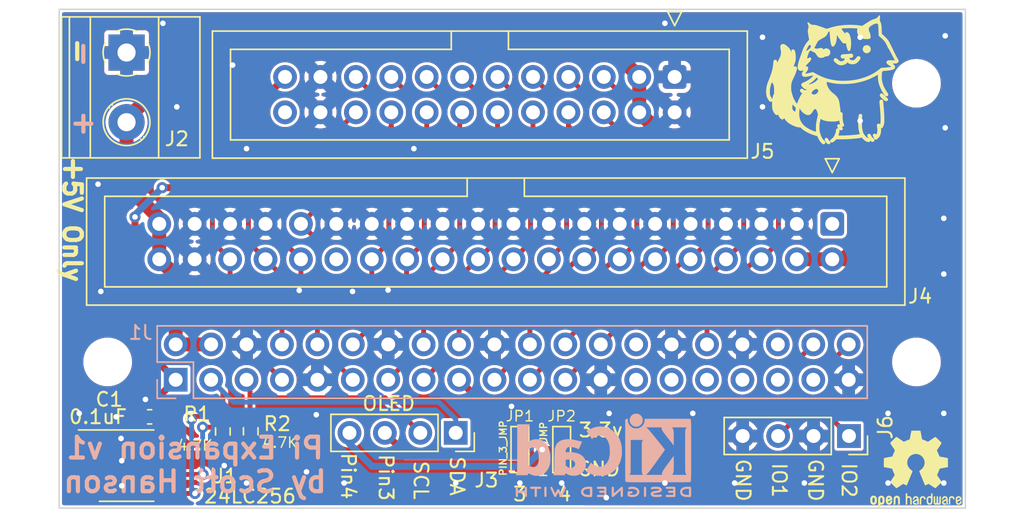
<source format=kicad_pcb>
(kicad_pcb (version 20211014) (generator pcbnew)
  (title_block (title "Pi Expansion") (date "2022-09-08") (rev "v1") (company "Scott Hanson"))
  (layers (0 "F.Cu" signal) (31 "B.Cu" signal) (34 "B.Paste" user) (35 "F.Paste" user) (36 "B.SilkS" user "B.Silkscreen") (37 "F.SilkS" user "F.Silkscreen") (38 "B.Mask" user) (39 "F.Mask" user) (44 "Edge.Cuts" user))
  (net 0 "")
  (net 1 "GND")
  (net 2 "+5V")
  (net 7 "OUT1")
  (net 10 "OUT2")
  (net 11 "OUT4")
  (net 12 "OUT3")
  (net 13 "OUT6")
  (net 14 "OUT5")
  (net 15 "OUT7")
  (net 16 "OUT8")
  (net 17 "OUT9")
  (net 18 "OUT10")
  (net 19 "OUT11")
  (net 20 "I2C_SCL")
  (net 21 "I2C_SDA")
  (net 22 "+3V3")
  (net 23 "OUT12")
  (net 24 "OUT13")
  (net 25 "OUT14")
  (net 26 "/PIN4")
  (net 27 "/PIN3")
  (net 28 "OUT15")
  (net 29 "OUT16")
  (net 33 "GPIO1")
  (net 34 "GPIO0")
  (footprint "MountingHole:MountingHole_3mm" (layer "F.Cu") (at 82.04 64.31)
    (fp_text reference "H1")
    (fp_text value "3mm_Mounting_Hole")
    (pad "" np_thru_hole circle locked (at 0 0) (size 3 3) (drill 3) (layers *.Cu *.Mask))
  )
  (footprint "MountingHole:MountingHole_3mm" (layer "F.Cu") (at 140.04 64.31)
    (fp_text reference "H2")
    (fp_text value "3mm_Mounting_Hole")
    (pad "" np_thru_hole circle locked (at 0 0) (size 3 3) (drill 3) (layers *.Cu *.Mask))
  )
  (footprint "Connector_PinSocket_2.54mm:PinSocket_1x04_P2.54mm_Vertical" (layer "F.Cu") (at 107 69.4 -90)
    (fp_text reference "J3" (at 3.4 -2.2) (layer "F.SilkS"))
    (fp_text value "OLED" (at -2.1 4.8) (layer "F.SilkS"))
    (pad "1" thru_hole rect locked (at 0 0 270) (size 1.7 1.7) (drill 1) (layers *.Cu *.Mask) (net 21 "I2C_SDA"))
    (pad "2" thru_hole oval locked (at 0 2.54 270) (size 1.7 1.7) (drill 1) (layers *.Cu *.Mask) (net 20 "I2C_SCL"))
    (pad "3" thru_hole oval locked (at 0 5.08 270) (size 1.7 1.7) (drill 1) (layers *.Cu *.Mask) (net 27 "/PIN3"))
    (pad "4" thru_hole oval locked (at 0 7.62 270) (size 1.7 1.7) (drill 1) (layers *.Cu *.Mask) (net 26 "/PIN4"))
  )
  (footprint "Symbol:OSHW-Logo2_7.3x6mm_SilkScreen" (layer "F.Cu") (at 140 72)
    (fp_text reference "REF**" hide)
    (fp_text value "OSHW-Logo2_7.3x6mm_SilkScreen" hide)
  )
  (footprint "Package_SO:SOIC-8_3.9x4.9mm_P1.27mm" (layer "F.Cu") (at 83.4 71.75)
    (fp_text reference "U1" (at 6.95 0.75) (layer "F.SilkS"))
    (fp_text value "24LC256" (at 8.85 2.2) (layer "F.SilkS"))
    (pad "1" smd roundrect (at -2.475 -1.905) (size 1.95 0.6) (layers "F.Cu" "F.Paste" "F.Mask") (net 1 "GND"))
    (pad "2" smd roundrect (at -2.475 -0.635) (size 1.95 0.6) (layers "F.Cu" "F.Paste" "F.Mask") (net 1 "GND"))
    (pad "3" smd roundrect (at -2.475 0.635) (size 1.95 0.6) (layers "F.Cu" "F.Paste" "F.Mask") (net 1 "GND"))
    (pad "4" smd roundrect (at -2.475 1.905) (size 1.95 0.6) (layers "F.Cu" "F.Paste" "F.Mask") (net 1 "GND"))
    (pad "5" smd roundrect (at 2.475 1.905) (size 1.95 0.6) (layers "F.Cu" "F.Paste" "F.Mask") (net 21 "I2C_SDA"))
    (pad "6" smd roundrect (at 2.475 0.635) (size 1.95 0.6) (layers "F.Cu" "F.Paste" "F.Mask") (net 20 "I2C_SCL"))
    (pad "7" smd roundrect (at 2.475 -0.635) (size 1.95 0.6) (layers "F.Cu" "F.Paste" "F.Mask") (net 1 "GND"))
    (pad "8" smd roundrect (at 2.475 -1.905) (size 1.95 0.6) (layers "F.Cu" "F.Paste" "F.Mask") (net 22 "+3V3"))
  )
  (footprint "Scotts:chewi_15" (layer "F.Cu") (at 133.8 42.9)
    (fp_text reference "G***")
    (fp_text value "LOGO" hide)
  )
  (footprint "MountingHole:MountingHole_3mm" (layer "F.Cu") (at 140.04 44.31)
    (fp_text reference "H3")
    (fp_text value "3mm_Mounting_Hole")
    (pad "" np_thru_hole circle (at 0 0) (size 3 3) (drill 3) (layers *.Cu *.Mask))
  )
  (footprint "Resistor_SMD:R_0603_1608Metric_Pad0.98x0.95mm_HandSolder" (layer "F.Cu") (at 90.3 69.3 -90)
    (fp_text reference "R1" (at -1.25 1.85 180) (layer "F.SilkS"))
    (fp_text value "4.7K" (at 1 2 180) (layer "F.SilkS") (effects (font (size 0.75 0.75) (thickness 0.1))))
    (pad "1" smd roundrect (at -0.9125 0 270) (size 0.975 0.95) (layers "F.Cu" "F.Paste" "F.Mask") (net 21 "I2C_SDA"))
    (pad "2" smd roundrect (at 0.9125 0 270) (size 0.975 0.95) (layers "F.Cu" "F.Paste" "F.Mask") (net 22 "+3V3"))
  )
  (footprint "Capacitor_SMD:C_0603_1608Metric_Pad1.08x0.95mm_HandSolder" (layer "F.Cu") (at 85.05 68.25 180)
    (fp_text reference "C1" (at 2.9 1.25) (layer "F.SilkS"))
    (fp_text value "0.1uF" (at 3.7 0) (layer "F.SilkS"))
    (pad "1" smd roundrect (at -0.8625 0 180) (size 1.075 0.95) (layers "F.Cu" "F.Paste" "F.Mask") (net 22 "+3V3"))
    (pad "2" smd roundrect (at 0.8625 0 180) (size 1.075 0.95) (layers "F.Cu" "F.Paste" "F.Mask") (net 1 "GND"))
  )
  (footprint "TerminalBlock_Phoenix:TerminalBlock_Phoenix_MKDS-1,5-2_1x02_P5.00mm_Horizontal" (layer "F.Cu") (at 83.395 42.1 -90)
    (fp_text reference "J2" (at 6.2 -3.605 180) (layer "F.SilkS"))
    (fp_text value "PWR_IN")
    (pad "1" thru_hole rect (at 0 0 270) (size 2.6 2.6) (drill 1.3) (layers *.Cu *.Mask) (net 1 "GND"))
    (pad "2" thru_hole circle (at 5 0 270) (size 2.6 2.6) (drill 1.3) (layers *.Cu *.Mask) (net 2 "+5V"))
  )
  (footprint "Connector_IDC:IDC-Header_2x12_P2.54mm_Vertical" (layer "F.Cu") (at 122.7 43.85 -90)
    (fp_text reference "J5" (at 5.35 -6.3 180) (layer "F.SilkS"))
    (fp_text value "v4 Output Header")
    (pad "1" thru_hole roundrect (at 0 0 270) (size 1.7 1.7) (drill 1) (layers *.Cu *.Mask) (roundrect_rratio 0.1470588235) (net 1 "GND"))
    (pad "2" thru_hole circle (at 2.54 0 270) (size 1.7 1.7) (drill 1) (layers *.Cu *.Mask) (net 1 "GND"))
    (pad "3" thru_hole circle (at 0 2.54 270) (size 1.7 1.7) (drill 1) (layers *.Cu *.Mask) (net 2 "+5V"))
    (pad "4" thru_hole circle (at 2.54 2.54 270) (size 1.7 1.7) (drill 1) (layers *.Cu *.Mask) (net 2 "+5V"))
    (pad "5" thru_hole circle (at 0 5.08 270) (size 1.7 1.7) (drill 1) (layers *.Cu *.Mask) (net 7 "OUT1"))
    (pad "6" thru_hole circle (at 2.54 5.08 270) (size 1.7 1.7) (drill 1) (layers *.Cu *.Mask) (net 10 "OUT2"))
    (pad "7" thru_hole circle (at 0 7.62 270) (size 1.7 1.7) (drill 1) (layers *.Cu *.Mask) (net 12 "OUT3"))
    (pad "8" thru_hole circle (at 2.54 7.62 270) (size 1.7 1.7) (drill 1) (layers *.Cu *.Mask) (net 11 "OUT4"))
    (pad "9" thru_hole circle (at 0 10.16 270) (size 1.7 1.7) (drill 1) (layers *.Cu *.Mask) (net 14 "OUT5"))
    (pad "10" thru_hole circle (at 2.54 10.16 270) (size 1.7 1.7) (drill 1) (layers *.Cu *.Mask) (net 13 "OUT6"))
    (pad "11" thru_hole circle (at 0 12.7 270) (size 1.7 1.7) (drill 1) (layers *.Cu *.Mask) (net 15 "OUT7"))
    (pad "12" thru_hole circle (at 2.54 12.7 270) (size 1.7 1.7) (drill 1) (layers *.Cu *.Mask) (net 16 "OUT8"))
    (pad "13" thru_hole circle (at 0 15.24 270) (size 1.7 1.7) (drill 1) (layers *.Cu *.Mask) (net 17 "OUT9"))
    (pad "14" thru_hole circle (at 2.54 15.24 270) (size 1.7 1.7) (drill 1) (layers *.Cu *.Mask) (net 18 "OUT10"))
    (pad "15" thru_hole circle (at 0 17.78 270) (size 1.7 1.7) (drill 1) (layers *.Cu *.Mask) (net 19 "OUT11"))
    (pad "16" thru_hole circle (at 2.54 17.78 270) (size 1.7 1.7) (drill 1) (layers *.Cu *.Mask) (net 23 "OUT12"))
    (pad "17" thru_hole circle (at 0 20.32 270) (size 1.7 1.7) (drill 1) (layers *.Cu *.Mask) (net 24 "OUT13"))
    (pad "18" thru_hole circle (at 2.54 20.32 270) (size 1.7 1.7) (drill 1) (layers *.Cu *.Mask) (net 25 "OUT14"))
    (pad "19" thru_hole circle (at 0 22.86 270) (size 1.7 1.7) (drill 1) (layers *.Cu *.Mask) (net 28 "OUT15"))
    (pad "20" thru_hole circle (at 2.54 22.86 270) (size 1.7 1.7) (drill 1) (layers *.Cu *.Mask) (net 29 "OUT16"))
    (pad "21" thru_hole circle (at 0 25.4 270) (size 1.7 1.7) (drill 1) (layers *.Cu *.Mask) (net 1 "GND"))
    (pad "22" thru_hole circle (at 2.54 25.4 270) (size 1.7 1.7) (drill 1) (layers *.Cu *.Mask) (net 1 "GND"))
    (pad "23" thru_hole circle (at 0 27.94 270) (size 1.7 1.7) (drill 1) (layers *.Cu *.Mask) (net 22 "+3V3"))
    (pad "24" thru_hole circle (at 2.54 27.94 270) (size 1.7 1.7) (drill 1) (layers *.Cu *.Mask))
  )
  (footprint "Connector_IDC:IDC-Header_2x20_P2.54mm_Vertical" (layer "F.Cu") (at 134 54.4 -90)
    (fp_text reference "J4" (at 5.2 -6.3 180) (layer "F.SilkS"))
    (fp_text value "v3 Output Header")
    (pad "1" thru_hole roundrect (at 0 0 270) (size 1.7 1.7) (drill 1) (layers *.Cu *.Mask) (roundrect_rratio 0.1470588235))
    (pad "2" thru_hole circle (at 2.54 0 270) (size 1.7 1.7) (drill 1) (layers *.Cu *.Mask) (net 2 "+5V"))
    (pad "3" thru_hole circle (at 0 2.54 270) (size 1.7 1.7) (drill 1) (layers *.Cu *.Mask) (net 1 "GND"))
    (pad "4" thru_hole circle (at 2.54 2.54 270) (size 1.7 1.7) (drill 1) (layers *.Cu *.Mask) (net 2 "+5V"))
    (pad "5" thru_hole circle (at 0 5.08 270) (size 1.7 1.7) (drill 1) (layers *.Cu *.Mask) (net 1 "GND"))
    (pad "6" thru_hole circle (at 2.54 5.08 270) (size 1.7 1.7) (drill 1) (layers *.Cu *.Mask) (net 7 "OUT1"))
    (pad "7" thru_hole circle (at 0 7.62 270) (size 1.7 1.7) (drill 1) (layers *.Cu *.Mask) (net 1 "GND"))
    (pad "8" thru_hole circle (at 2.54 7.62 270) (size 1.7 1.7) (drill 1) (layers *.Cu *.Mask) (net 10 "OUT2"))
    (pad "9" thru_hole circle (at 0 10.16 270) (size 1.7 1.7) (drill 1) (layers *.Cu *.Mask) (net 1 "GND"))
    (pad "10" thru_hole circle (at 2.54 10.16 270) (size 1.7 1.7) (drill 1) (layers *.Cu *.Mask) (net 12 "OUT3"))
    (pad "11" thru_hole circle (at 0 12.7 270) (size 1.7 1.7) (drill 1) (layers *.Cu *.Mask) (net 1 "GND"))
    (pad "12" thru_hole circle (at 2.54 12.7 270) (size 1.7 1.7) (drill 1) (layers *.Cu *.Mask) (net 11 "OUT4"))
    (pad "13" thru_hole circle (at 0 15.24 270) (size 1.7 1.7) (drill 1) (layers *.Cu *.Mask) (net 1 "GND"))
    (pad "14" thru_hole circle (at 2.54 15.24 270) (size 1.7 1.7) (drill 1) (layers *.Cu *.Mask) (net 14 "OUT5"))
    (pad "15" thru_hole circle (at 0 17.78 270) (size 1.7 1.7) (drill 1) (layers *.Cu *.Mask) (net 1 "GND"))
    (pad "16" thru_hole circle (at 2.54 17.78 270) (size 1.7 1.7) (drill 1) (layers *.Cu *.Mask) (net 13 "OUT6"))
    (pad "17" thru_hole circle (at 0 20.32 270) (size 1.7 1.7) (drill 1) (layers *.Cu *.Mask) (net 1 "GND"))
    (pad "18" thru_hole circle (at 2.54 20.32 270) (size 1.7 1.7) (drill 1) (layers *.Cu *.Mask) (net 15 "OUT7"))
    (pad "19" thru_hole circle (at 0 22.86 270) (size 1.7 1.7) (drill 1) (layers *.Cu *.Mask) (net 1 "GND"))
    (pad "20" thru_hole circle (at 2.54 22.86 270) (size 1.7 1.7) (drill 1) (layers *.Cu *.Mask) (net 16 "OUT8"))
    (pad "21" thru_hole circle (at 0 25.4 270) (size 1.7 1.7) (drill 1) (layers *.Cu *.Mask) (net 1 "GND"))
    (pad "22" thru_hole circle (at 2.54 25.4 270) (size 1.7 1.7) (drill 1) (layers *.Cu *.Mask) (net 17 "OUT9"))
    (pad "23" thru_hole circle (at 0 27.94 270) (size 1.7 1.7) (drill 1) (layers *.Cu *.Mask) (net 1 "GND"))
    (pad "24" thru_hole circle (at 2.54 27.94 270) (size 1.7 1.7) (drill 1) (layers *.Cu *.Mask) (net 18 "OUT10"))
    (pad "25" thru_hole circle (at 0 30.48 270) (size 1.7 1.7) (drill 1) (layers *.Cu *.Mask) (net 1 "GND"))
    (pad "26" thru_hole circle (at 2.54 30.48 270) (size 1.7 1.7) (drill 1) (layers *.Cu *.Mask) (net 19 "OUT11"))
    (pad "27" thru_hole circle (at 0 33.02 270) (size 1.7 1.7) (drill 1) (layers *.Cu *.Mask) (net 1 "GND"))
    (pad "28" thru_hole circle (at 2.54 33.02 270) (size 1.7 1.7) (drill 1) (layers *.Cu *.Mask) (net 23 "OUT12"))
    (pad "29" thru_hole circle (at 0 35.56 270) (size 1.7 1.7) (drill 1) (layers *.Cu *.Mask) (net 1 "GND"))
    (pad "30" thru_hole circle (at 2.54 35.56 270) (size 1.7 1.7) (drill 1) (layers *.Cu *.Mask))
    (pad "31" thru_hole circle (at 0 38.1 270) (size 1.7 1.7) (drill 1) (layers *.Cu *.Mask) (net 24 "OUT13"))
    (pad "32" thru_hole circle (at 2.54 38.1 270) (size 1.7 1.7) (drill 1) (layers *.Cu *.Mask) (net 25 "OUT14"))
    (pad "33" thru_hole circle (at 0 40.64 270) (size 1.7 1.7) (drill 1) (layers *.Cu *.Mask) (net 1 "GND"))
    (pad "34" thru_hole circle (at 2.54 40.64 270) (size 1.7 1.7) (drill 1) (layers *.Cu *.Mask) (net 28 "OUT15"))
    (pad "35" thru_hole circle (at 0 43.18 270) (size 1.7 1.7) (drill 1) (layers *.Cu *.Mask) (net 1 "GND"))
    (pad "36" thru_hole circle (at 2.54 43.18 270) (size 1.7 1.7) (drill 1) (layers *.Cu *.Mask) (net 29 "OUT16"))
    (pad "37" thru_hole circle (at 0 45.72 270) (size 1.7 1.7) (drill 1) (layers *.Cu *.Mask) (net 1 "GND"))
    (pad "38" thru_hole circle (at 2.54 45.72 270) (size 1.7 1.7) (drill 1) (layers *.Cu *.Mask) (net 1 "GND"))
    (pad "39" thru_hole circle (at 0 48.26 270) (size 1.7 1.7) (drill 1) (layers *.Cu *.Mask) (net 2 "+5V"))
    (pad "40" thru_hole circle (at 2.54 48.26 270) (size 1.7 1.7) (drill 1) (layers *.Cu *.Mask) (net 2 "+5V"))
  )
  (footprint "Scotts:SolderJumper-3_P1mm_Bridged23" (layer "F.Cu") (at 114.6 70.6 -90)
    (fp_text reference "JP2" (at -2.4 0 180) (layer "F.SilkS") (effects (font (size 0.75 0.75) (thickness 0.1))))
    (fp_text value "PIN_4_JMP" (at 0 1.3 90) (layer "F.SilkS") (effects (font (size 0.5 0.5) (thickness 0.1))))
    (fp_poly (pts (xy 0.35 -0.3) (xy 0.85 -0.3) (xy 0.85 0.3) (xy 0.35 0.3)) (layer "F.Cu") (width 0) (fill solid))
    (pad "1" smd rect (at -1.143 0 270) (size 0.7 1) (layers "F.Cu" "F.Mask") (net 22 "+3V3"))
    (pad "2" smd rect (at 0 0 270) (size 0.7 1) (layers "F.Cu" "F.Mask") (net 26 "/PIN4"))
    (pad "3" smd rect (at 1.143 0 270) (size 0.7 1) (layers "F.Cu" "F.Mask") (net 1 "GND"))
  )
  (footprint "Scotts:SolderJumper-3_P1mm_Bridged12" (layer "F.Cu") (at 111.6 70.6 -90)
    (fp_text reference "JP1" (at -2.4 0 180) (layer "F.SilkS") (effects (font (size 0.75 0.75) (thickness 0.1))))
    (fp_text value "PIN_3_JMP" (at -0.1 1.2 90) (layer "F.SilkS") (effects (font (size 0.5 0.5) (thickness 0.1))))
    (fp_poly (pts (xy -0.793 -0.3) (xy -0.293 -0.3) (xy -0.293 0.3) (xy -0.793 0.3)) (layer "F.Cu") (width 0) (fill solid))
    (pad "1" smd rect (at -1.143 0 270) (size 0.7 1) (layers "F.Cu" "F.Mask") (net 22 "+3V3"))
    (pad "2" smd rect (at 0 0 270) (size 0.7 1) (layers "F.Cu" "F.Mask") (net 27 "/PIN3"))
    (pad "3" smd rect (at 1.143 0 270) (size 0.7 1) (layers "F.Cu" "F.Mask") (net 1 "GND"))
  )
  (footprint "Resistor_SMD:R_0603_1608Metric_Pad0.98x0.95mm_HandSolder" (layer "F.Cu") (at 92.3 69.2875 -90)
    (fp_text reference "R2" (at -0.5375 -1.9 180) (layer "F.SilkS"))
    (fp_text value "4.7K" (at 0.8125 -2.1 180) (layer "F.SilkS") (effects (font (size 0.75 0.75) (thickness 0.1))))
    (pad "1" smd roundrect (at -0.9125 0 270) (size 0.975 0.95) (layers "F.Cu" "F.Paste" "F.Mask") (net 20 "I2C_SCL"))
    (pad "2" smd roundrect (at 0.9125 0 270) (size 0.975 0.95) (layers "F.Cu" "F.Paste" "F.Mask") (net 22 "+3V3"))
  )
  (footprint "Connector_PinSocket_2.54mm:PinSocket_1x04_P2.54mm_Vertical" (layer "F.Cu") (at 135.2 69.625 -90)
    (fp_text reference "J6" (at -0.625 -2.6 90) (layer "F.SilkS"))
    (fp_text value "GPIO")
    (pad "1" thru_hole rect (at 0 0 270) (size 1.7 1.7) (drill 1) (layers *.Cu *.Mask) (net 34 "GPIO0"))
    (pad "2" thru_hole oval (at 0 2.54 270) (size 1.7 1.7) (drill 1) (layers *.Cu *.Mask) (net 1 "GND"))
    (pad "3" thru_hole oval (at 0 5.08 270) (size 1.7 1.7) (drill 1) (layers *.Cu *.Mask) (net 33 "GPIO1"))
    (pad "4" thru_hole oval (at 0 7.62 270) (size 1.7 1.7) (drill 1) (layers *.Cu *.Mask) (net 1 "GND"))
  )
  (footprint "Connector_PinSocket_2.54mm:PinSocket_2x20_P2.54mm_Vertical" (layer "B.Cu") (at 86.92 65.59 -90)
    (fp_text reference "J1" (at -3.39 2.52) (layer "B.SilkS") (effects (justify mirror)))
    (fp_text value "Raspberry_Pi_2_3")
    (pad "1" thru_hole rect locked (at 0 0 270) (size 1.7 1.7) (drill 1) (layers *.Cu *.Mask) (net 22 "+3V3"))
    (pad "2" thru_hole oval locked (at -2.54 0 270) (size 1.7 1.7) (drill 1) (layers *.Cu *.Mask) (net 2 "+5V"))
    (pad "3" thru_hole oval locked (at 0 -2.54 270) (size 1.7 1.7) (drill 1) (layers *.Cu *.Mask) (net 21 "I2C_SDA"))
    (pad "4" thru_hole oval locked (at -2.54 -2.54 270) (size 1.7 1.7) (drill 1) (layers *.Cu *.Mask) (net 2 "+5V"))
    (pad "5" thru_hole oval locked (at 0 -5.08 270) (size 1.7 1.7) (drill 1) (layers *.Cu *.Mask) (net 20 "I2C_SCL"))
    (pad "6" thru_hole oval locked (at -2.54 -5.08 270) (size 1.7 1.7) (drill 1) (layers *.Cu *.Mask) (net 1 "GND"))
    (pad "7" thru_hole oval locked (at 0 -7.62 270) (size 1.7 1.7) (drill 1) (layers *.Cu *.Mask) (net 29 "OUT16"))
    (pad "8" thru_hole oval locked (at -2.54 -7.62 270) (size 1.7 1.7) (drill 1) (layers *.Cu *.Mask) (net 28 "OUT15"))
    (pad "9" thru_hole oval locked (at 0 -10.16 270) (size 1.7 1.7) (drill 1) (layers *.Cu *.Mask) (net 1 "GND"))
    (pad "10" thru_hole oval locked (at -2.54 -10.16 270) (size 1.7 1.7) (drill 1) (layers *.Cu *.Mask) (net 25 "OUT14"))
    (pad "11" thru_hole oval locked (at 0 -12.7 270) (size 1.7 1.7) (drill 1) (layers *.Cu *.Mask) (net 24 "OUT13"))
    (pad "12" thru_hole oval locked (at -2.54 -12.7 270) (size 1.7 1.7) (drill 1) (layers *.Cu *.Mask) (net 23 "OUT12"))
    (pad "13" thru_hole oval locked (at 0 -15.24 270) (size 1.7 1.7) (drill 1) (layers *.Cu *.Mask) (net 19 "OUT11"))
    (pad "14" thru_hole oval locked (at -2.54 -15.24 270) (size 1.7 1.7) (drill 1) (layers *.Cu *.Mask) (net 1 "GND"))
    (pad "15" thru_hole oval locked (at 0 -17.78 270) (size 1.7 1.7) (drill 1) (layers *.Cu *.Mask) (net 17 "OUT9"))
    (pad "16" thru_hole oval locked (at -2.54 -17.78 270) (size 1.7 1.7) (drill 1) (layers *.Cu *.Mask) (net 18 "OUT10"))
    (pad "17" thru_hole oval locked (at 0 -20.32 270) (size 1.7 1.7) (drill 1) (layers *.Cu *.Mask) (net 22 "+3V3"))
    (pad "18" thru_hole oval locked (at -2.54 -20.32 270) (size 1.7 1.7) (drill 1) (layers *.Cu *.Mask) (net 16 "OUT8"))
    (pad "19" thru_hole oval locked (at 0 -22.86 270) (size 1.7 1.7) (drill 1) (layers *.Cu *.Mask) (net 15 "OUT7"))
    (pad "20" thru_hole oval locked (at -2.54 -22.86 270) (size 1.7 1.7) (drill 1) (layers *.Cu *.Mask) (net 1 "GND"))
    (pad "21" thru_hole oval locked (at 0 -25.4 270) (size 1.7 1.7) (drill 1) (layers *.Cu *.Mask) (net 14 "OUT5"))
    (pad "22" thru_hole oval locked (at -2.54 -25.4 270) (size 1.7 1.7) (drill 1) (layers *.Cu *.Mask) (net 13 "OUT6"))
    (pad "23" thru_hole oval locked (at 0 -27.94 270) (size 1.7 1.7) (drill 1) (layers *.Cu *.Mask) (net 12 "OUT3"))
    (pad "24" thru_hole oval locked (at -2.54 -27.94 270) (size 1.7 1.7) (drill 1) (layers *.Cu *.Mask) (net 11 "OUT4"))
    (pad "25" thru_hole oval locked (at 0 -30.48 270) (size 1.7 1.7) (drill 1) (layers *.Cu *.Mask) (net 1 "GND"))
    (pad "26" thru_hole oval locked (at -2.54 -30.48 270) (size 1.7 1.7) (drill 1) (layers *.Cu *.Mask) (net 10 "OUT2"))
    (pad "27" thru_hole oval locked (at 0 -33.02 270) (size 1.7 1.7) (drill 1) (layers *.Cu *.Mask))
    (pad "28" thru_hole oval locked (at -2.54 -33.02 270) (size 1.7 1.7) (drill 1) (layers *.Cu *.Mask))
    (pad "29" thru_hole oval locked (at 0 -35.56 270) (size 1.7 1.7) (drill 1) (layers *.Cu *.Mask))
    (pad "30" thru_hole oval locked (at -2.54 -35.56 270) (size 1.7 1.7) (drill 1) (layers *.Cu *.Mask) (net 1 "GND"))
    (pad "31" thru_hole oval locked (at 0 -38.1 270) (size 1.7 1.7) (drill 1) (layers *.Cu *.Mask))
    (pad "32" thru_hole oval locked (at -2.54 -38.1 270) (size 1.7 1.7) (drill 1) (layers *.Cu *.Mask) (net 7 "OUT1"))
    (pad "33" thru_hole oval locked (at 0 -40.64 270) (size 1.7 1.7) (drill 1) (layers *.Cu *.Mask))
    (pad "34" thru_hole oval locked (at -2.54 -40.64 270) (size 1.7 1.7) (drill 1) (layers *.Cu *.Mask) (net 1 "GND"))
    (pad "35" thru_hole oval locked (at 0 -43.18 270) (size 1.7 1.7) (drill 1) (layers *.Cu *.Mask))
    (pad "36" thru_hole oval locked (at -2.54 -43.18 270) (size 1.7 1.7) (drill 1) (layers *.Cu *.Mask))
    (pad "37" thru_hole oval locked (at 0 -45.72 270) (size 1.7 1.7) (drill 1) (layers *.Cu *.Mask))
    (pad "38" thru_hole oval locked (at -2.54 -45.72 270) (size 1.7 1.7) (drill 1) (layers *.Cu *.Mask) (net 33 "GPIO1"))
    (pad "39" thru_hole oval locked (at 0 -48.26 270) (size 1.7 1.7) (drill 1) (layers *.Cu *.Mask) (net 1 "GND"))
    (pad "40" thru_hole oval locked (at -2.54 -48.26 270) (size 1.7 1.7) (drill 1) (layers *.Cu *.Mask) (net 34 "GPIO0"))
  )
  (footprint "Symbol:KiCad-Logo2_5mm_SilkScreen" (layer "B.Cu") (at 117.6 71 180)
    (fp_text reference "REF**" hide)
    (fp_text value "KiCad-Logo2_5mm_SilkScreen" hide)
  )
  (gr_line (start 78.56 74.8) (end 143.55 74.8) (layer "Edge.Cuts") (width 0.1))
  (gr_line (start 78.56 39) (end 143.55 39) (layer "Edge.Cuts") (width 0.1))
  (gr_line (start 143.55 39) (end 143.55 74.8) (layer "Edge.Cuts") (width 0.1))
  (gr_line (start 78.56 39) (end 78.56 74.8) (layer "Edge.Cuts") (width 0.1))
  (gr_text "-" (at 80.4 42.2 -90) (layer "B.SilkS") (effects (font (size 1.5 1.5) (thickness 0.3))))
  (gr_text "+" (at 80.3 47.1) (layer "B.SilkS") (effects (font (size 1.5 1.5) (thickness 0.3))))
  (gr_text "${TITLE} ${REVISION}\nby ${COMPANY}" (at 88.3 71.7) (layer "B.SilkS") (effects (font (size 1.5 1.5) (thickness 0.3)) (justify mirror)))
  (gr_text "Pin3" (at 102 72.6 270) (layer "F.SilkS") (effects (font (size 1 1))))
  (gr_text "Pin4" (at 99.3 72.5 270) (layer "F.SilkS") (effects (font (size 1 1))))
  (gr_text "IO2" (at 135.2 72.8 270) (layer "F.SilkS") (effects (font (size 1 1))))
  (gr_text "IO1" (at 130.2 72.8 270) (layer "F.SilkS") (effects (font (size 1 1))))
  (gr_text "3.3v" (at 117.4 69.2) (layer "F.SilkS") (effects (font (size 1 1))))
  (gr_text "4" (at 114.8 73.8) (layer "F.SilkS") (effects (font (size 1 1))))
  (gr_text "GND" (at 127.6 72.8 270) (layer "F.SilkS") (effects (font (size 1 1))))
  (gr_text "SCL" (at 104.5 72.8 270) (layer "F.SilkS") (effects (font (size 1 1))))
  (gr_text "3" (at 111.6 73.8) (layer "F.SilkS") (effects (font (size 1 1))))
  (gr_text "GND" (at 117.25 72) (layer "F.SilkS") (effects (font (size 1 1))))
  (gr_text "GND" (at 132.8 72.8 270) (layer "F.SilkS") (effects (font (size 1 1))))
  (gr_text "5V Only" (at 79.5 54.9 270) (layer "F.SilkS") (effects (font (size 1.25 1.25) (thickness 0.3))))
  (gr_text "SDA" (at 107.1 72.5 270) (layer "F.SilkS") (effects (font (size 1 1))))
  (gr_text "+" (at 79.55 50.35) (layer "F.SilkS") (effects (font (size 1.5 1.5) (thickness 0.3)) (justify mirror)))
  (gr_text "-" (at 79.75 42 90) (layer "F.SilkS") (effects (font (size 1.5 1.5) (thickness 0.3)) (justify mirror)))
  (via (at 132 73) (size 0.8) (drill 0.4) (layers "F.Cu" "B.Cu") (net 1))
  (via (at 138 68) (size 0.8) (drill 0.4) (layers "F.Cu" "B.Cu") (net 1))
  (via (at 142 58) (size 0.8) (drill 0.4) (layers "F.Cu" "B.Cu") (net 1))
  (via (at 104 49) (size 0.8) (drill 0.4) (layers "F.Cu" "B.Cu") (net 1))
  (via (at 142 54) (size 0.8) (drill 0.4) (layers "F.Cu" "B.Cu") (net 1))
  (via (at 114.6 73) (size 0.8) (drill 0.4) (layers "F.Cu" "B.Cu") (net 1))
  (via (at 81.35 51.55) (size 0.8) (drill 0.4) (layers "F.Cu" "B.Cu") (net 1))
  (via (at 96.3 72.2) (size 0.8) (drill 0.4) (layers "F.Cu" "B.Cu") (net 1))
  (via (at 91 43) (size 0.8) (drill 0.4) (layers "F.Cu" "B.Cu") (net 1))
  (via (at 97 68.1) (size 0.8) (drill 0.4) (layers "F.Cu" "B.Cu") (net 1))
  (via (at 82.65 68.25) (size 0.8) (drill 0.4) (layers "F.Cu" "B.Cu") (net 1))
  (via (at 83.05 73.2) (size 0.8) (drill 0.4) (layers "F.Cu" "B.Cu") (net 1))
  (via (at 83.05 71.4) (size 0.8) (drill 0.4) (layers "F.Cu" "B.Cu") (net 1))
  (via (at 99 73) (size 0.8) (drill 0.4) (layers "F.Cu" "B.Cu") (net 1))
  (via (at 87 46) (size 0.8) (drill 0.4) (layers "F.Cu" "B.Cu") (net 1))
  (via (at 118 68) (size 0.8) (drill 0.4) (layers "F.Cu" "B.Cu") (net 1))
  (via (at 127 73) (size 0.8) (drill 0.4) (layers "F.Cu" "B.Cu") (net 1))
  (via (at 136 47) (size 0.8) (drill 0.4) (layers "F.Cu" "B.Cu") (net 1))
  (via (at 81.55 59.25) (size 0.8) (drill 0.4) (layers "F.Cu" "B.Cu") (net 1))
  (via (at 90.4 71.75) (size 0.8) (drill 0.4) (layers "F.Cu" "B.Cu") (net 1))
  (via (at 122 73) (size 0.8) (drill 0.4) (layers "F.Cu" "B.Cu") (net 1))
  (via (at 83 69.8) (size 0.8) (drill 0.4) (layers "F.Cu" "B.Cu") (net 1))
  (via (at 86 40) (size 0.8) (drill 0.4) (layers "F.Cu" "B.Cu") (net 1))
  (via (at 107 73) (size 0.8) (drill 0.4) (layers "F.Cu" "B.Cu") (net 1))
  (via (at 142 68) (size 0.8) (drill 0.4) (layers "F.Cu" "B.Cu") (net 1))
  (via (at 92 73) (size 0.8) (drill 0.4) (layers "F.Cu" "B.Cu") (net 1))
  (via (at 129 41) (size 0.8) (drill 0.4) (layers "F.Cu" "B.Cu") (net 1))
  (via (at 138 73) (size 0.8) (drill 0.4) (layers "F.Cu" "B.Cu") (net 1))
  (via (at 92 49) (size 0.8) (drill 0.4) (layers "F.Cu" "B.Cu") (net 1))
  (via (at 95.777345 59.172655) (size 0.8) (drill 0.4) (layers "F.Cu" "B.Cu") (net 1))
  (via (at 122 40) (size 0.8) (drill 0.4) (layers "F.Cu" "B.Cu") (net 1))
  (via (at 84.75 67) (size 0.8) (drill 0.4) (layers "F.Cu" "B.Cu") (net 1))
  (via (at 99.6 59.25) (size 0.8) (drill 0.4) (layers "F.Cu" "B.Cu") (net 1))
  (via (at 102.15 59.15) (size 0.8) (drill 0.4) (layers "F.Cu" "B.Cu") (net 1))
  (via (at 142.1 47.5) (size 0.8) (drill 0.4) (layers "F.Cu" "B.Cu") (net 1))
  (via (at 136 41) (size 0.8) (drill 0.4) (layers "F.Cu" "B.Cu") (net 1))
  (via (at 80 68) (size 0.8) (drill 0.4) (layers "F.Cu" "B.Cu") (net 1))
  (via (at 111.6 73) (size 0.8) (drill 0.4) (layers "F.Cu" "B.Cu") (net 1))
  (via (at 129 46) (size 0.8) (drill 0.4) (layers "F.Cu" "B.Cu") (net 1))
  (via (at 142 73) (size 0.8) (drill 0.4) (layers "F.Cu" "B.Cu") (net 1))
  (via (at 111 67.5) (size 0.8) (drill 0.4) (layers "F.Cu" "B.Cu") (net 1))
  (via (at 124 68) (size 0.8) (drill 0.4) (layers "F.Cu" "B.Cu") (net 1))
  (via (at 117.8 74.05) (size 0.8) (drill 0.4) (layers "F.Cu" "B.Cu") (net 1))
  (via (at 142.1 40.9) (size 0.8) (drill 0.4) (layers "F.Cu" "B.Cu") (net 1))
  (segment (start 120.16 46.39) (end 120.16 43.85) (width 1) (layer "F.Cu") (net 2))
  (segment (start 83.395 46.9) (end 83.395 51.655) (width 1) (layer "F.Cu") (net 2))
  (segment (start 136.2 52) (end 136.2 55.542081) (width 1) (layer "F.Cu") (net 2))
  (segment (start 85.74 54) (end 85.74 54.4) (width 1) (layer "F.Cu") (net 2))
  (segment (start 117.61 41.3) (end 88.995 41.3) (width 1) (layer "F.Cu") (net 2))
  (segment (start 136.2 55.542081) (end 134.802081 56.94) (width 1) (layer "F.Cu") (net 2))
  (segment (start 85.74 54.4) (end 85.74 56.94) (width 1) (layer "F.Cu") (net 2))
  (segment (start 122.67 48.9) (end 133.1 48.9) (width 1) (layer "F.Cu") (net 2))
  (segment (start 83.395 51.655) (end 85.74 54) (width 1) (layer "F.Cu") (net 2))
  (segment (start 88.995 41.3) (end 83.395 46.9) (width 1) (layer "F.Cu") (net 2))
  (segment (start 120.16 46.39) (end 122.67 48.9) (width 1) (layer "F.Cu") (net 2))
  (segment (start 131.46 56.94) (end 134 56.94) (width 1) (layer "F.Cu") (net 2))
  (segment (start 133.1 48.9) (end 136.2 52) (width 1) (layer "F.Cu") (net 2))
  (segment (start 86.92 58.12) (end 85.74 56.94) (width 1) (layer "F.Cu") (net 2))
  (segment (start 86.92 63.05) (end 86.92 58.12) (width 1) (layer "F.Cu") (net 2))
  (segment (start 134.802081 56.94) (end 134 56.94) (width 1) (layer "F.Cu") (net 2))
  (segment (start 120.16 43.85) (end 117.61 41.3) (width 1) (layer "F.Cu") (net 2))
  (segment (start 86.92 63.05) (end 89.46 63.05) (width 1) (layer "F.Cu") (net 2))
  (segment (start 125.02 63.05) (end 125.02 60.44) (width 0.35) (layer "F.Cu") (net 7))
  (segment (start 118.845 45.075) (end 118.845 46.845) (width 0.35) (layer "F.Cu") (net 7))
  (segment (start 130.145 53.195) (end 130.145 55.715) (width 0.35) (layer "F.Cu") (net 7))
  (segment (start 125.02 60.44) (end 128.52 56.94) (width 0.35) (layer "F.Cu") (net 7))
  (segment (start 130.145 55.715) (end 128.92 56.94) (width 0.35) (layer "F.Cu") (net 7))
  (segment (start 128.52 56.94) (end 128.92 56.94) (width 0.35) (layer "F.Cu") (net 7))
  (segment (start 122.2 50.2) (end 127.15 50.2) (width 0.35) (layer "F.Cu") (net 7))
  (segment (start 118.845 46.845) (end 122.2 50.2) (width 0.35) (layer "F.Cu") (net 7))
  (segment (start 117.62 43.85) (end 118.845 45.075) (width 0.35) (layer "F.Cu") (net 7))
  (segment (start 127.15 50.2) (end 130.145 53.195) (width 0.35) (layer "F.Cu") (net 7))
  (segment (start 117.62 46.62) (end 122.150499 51.150499) (width 0.35) (layer "F.Cu") (net 10))
  (segment (start 127.65 55.67) (end 126.38 56.94) (width 0.35) (layer "F.Cu") (net 10))
  (segment (start 119.75 60.7) (end 122.62 60.7) (width 0.35) (layer "F.Cu") (net 10))
  (segment (start 122.150499 51.150499) (end 126.000499 51.150499) (width 0.35) (layer "F.Cu") (net 10))
  (segment (start 117.4 63.05) (end 119.75 60.7) (width 0.35) (layer "F.Cu") (net 10))
  (segment (start 127.65 52.8) (end 127.65 55.67) (width 0.35) (layer "F.Cu") (net 10))
  (segment (start 117.62 46.39) (end 117.62 46.62) (width 0.35) (layer "F.Cu") (net 10))
  (segment (start 122.62 60.7) (end 126.38 56.94) (width 0.35) (layer "F.Cu") (net 10))
  (segment (start 126.000499 51.150499) (end 127.65 52.8) (width 0.35) (layer "F.Cu") (net 10))
  (segment (start 114.86 62.84) (end 120.76 56.94) (width 0.35) (layer "F.Cu") (net 11))
  (segment (start 115.08 47.38) (end 120.1 52.4) (width 0.35) (layer "F.Cu") (net 11))
  (segment (start 115.08 46.39) (end 115.08 47.38) (width 0.35) (layer "F.Cu") (net 11))
  (segment (start 122.6 55.64) (end 121.3 56.94) (width 0.35) (layer "F.Cu") (net 11))
  (segment (start 120.1 52.4) (end 121.695776 52.4) (width 0.35) (layer "F.Cu") (net 11))
  (segment (start 122.6 53.304224) (end 122.6 55.64) (width 0.35) (layer "F.Cu") (net 11))
  (segment (start 114.86 63.05) (end 114.86 62.84) (width 0.35) (layer "F.Cu") (net 11))
  (segment (start 121.695776 52.4) (end 122.6 53.304224) (width 0.35) (layer "F.Cu") (net 11))
  (segment (start 120.76 56.94) (end 121.3 56.94) (width 0.35) (layer "F.Cu") (net 11))
  (segment (start 116.395 45.165) (end 116.395 47.195) (width 0.35) (layer "F.Cu") (net 12))
  (segment (start 115.08 43.85) (end 116.395 45.165) (width 0.35) (layer "F.Cu") (net 12))
  (segment (start 116.085 64.365) (end 114.86 65.59) (width 0.35) (layer "F.Cu") (net 12))
  (segment (start 116.395 47.195) (end 120.9 51.7) (width 0.35) (layer "F.Cu") (net 12))
  (segment (start 123.44 56.94) (end 120.48 59.9) (width 0.35) (layer "F.Cu") (net 12))
  (segment (start 120.48 59.9) (end 118.817588 59.9) (width 0.35) (layer "F.Cu") (net 12))
  (segment (start 125.1 52.95) (end 125.1 55.68) (width 0.35) (layer "F.Cu") (net 12))
  (segment (start 123.85 51.7) (end 125.1 52.95) (width 0.35) (layer "F.Cu") (net 12))
  (segment (start 118.817588 59.9) (end 116.085 62.632588) (width 0.35) (layer "F.Cu") (net 12))
  (segment (start 120.9 51.7) (end 123.85 51.7) (width 0.35) (layer "F.Cu") (net 12))
  (segment (start 123.84 56.94) (end 123.44 56.94) (width 0.35) (layer "F.Cu") (net 12))
  (segment (start 116.085 62.632588) (end 116.085 64.365) (width 0.35) (layer "F.Cu") (net 12))
  (segment (start 125.1 55.68) (end 123.84 56.94) (width 0.35) (layer "F.Cu") (net 12))
  (segment (start 115.715 56.94) (end 116.22 56.94) (width 0.35) (layer "F.Cu") (net 13))
  (segment (start 117.445 53.045) (end 112.54 48.14) (width 0.35) (layer "F.Cu") (net 13))
  (segment (start 116.22 56.94) (end 117.445 55.715) (width 0.35) (layer "F.Cu") (net 13))
  (segment (start 117.445 55.715) (end 117.445 53.045) (width 0.35) (layer "F.Cu") (net 13))
  (segment (start 112.32 60.335) (end 115.715 56.94) (width 0.35) (layer "F.Cu") (net 13))
  (segment (start 112.54 48.14) (end 112.54 46.39) (width 0.35) (layer "F.Cu") (net 13))
  (segment (start 112.32 63.05) (end 112.32 60.335) (width 0.35) (layer "F.Cu") (net 13))
  (segment (start 113.765 45.075) (end 113.765 47.272588) (width 0.35) (layer "F.Cu") (net 14))
  (segment (start 118.76 56.94) (end 118.36 56.94) (width 0.35) (layer "F.Cu") (net 14))
  (segment (start 112.54 43.85) (end 113.765 45.075) (width 0.35) (layer "F.Cu") (net 14))
  (segment (start 113.765 47.272588) (end 119.985 53.492588) (width 0.35) (layer "F.Cu") (net 14))
  (segment (start 119.985 55.715) (end 118.76 56.94) (width 0.35) (layer "F.Cu") (net 14))
  (segment (start 119.985 53.492588) (end 119.985 55.715) (width 0.35) (layer "F.Cu") (net 14))
  (segment (start 118.36 56.94) (end 113.635 61.665) (width 0.35) (layer "F.Cu") (net 14))
  (segment (start 113.635 64.275) (end 112.32 65.59) (width 0.35) (layer "F.Cu") (net 14))
  (segment (start 113.635 61.665) (end 113.635 64.275) (width 0.35) (layer "F.Cu") (net 14))
  (segment (start 114.95 52.9) (end 114.95 55.67) (width 0.35) (layer "F.Cu") (net 15))
  (segment (start 113.68 56.94) (end 113.68 57.742081) (width 0.35) (layer "F.Cu") (net 15))
  (segment (start 113.68 57.742081) (end 111.095 60.327081) (width 0.35) (layer "F.Cu") (net 15))
  (segment (start 111.095 60.327081) (end 111.095 64.275) (width 0.35) (layer "F.Cu") (net 15))
  (segment (start 114.95 55.67) (end 113.68 56.94) (width 0.35) (layer "F.Cu") (net 15))
  (segment (start 111.095 64.275) (end 109.78 65.59) (width 0.35) (layer "F.Cu") (net 15))
  (segment (start 111.225 49.175) (end 114.95 52.9) (width 0.35) (layer "F.Cu") (net 15))
  (segment (start 110 43.85) (end 111.225 45.075) (width 0.35) (layer "F.Cu") (net 15))
  (segment (start 111.225 45.075) (end 111.225 49.175) (width 0.35) (layer "F.Cu") (net 15))
  (segment (start 112.365 53.015) (end 110 50.65) (width 0.35) (layer "F.Cu") (net 16))
  (segment (start 111.14 56.96) (end 107.24 60.86) (width 0.35) (layer "F.Cu") (net 16))
  (segment (start 111.14 56.94) (end 111.14 56.96) (width 0.35) (layer "F.Cu") (net 16))
  (segment (start 107.24 60.86) (end 107.24 63.05) (width 0.35) (layer "F.Cu") (net 16))
  (segment (start 110 50.65) (end 110 46.39) (width 0.35) (layer "F.Cu") (net 16))
  (segment (start 111.14 56.94) (end 112.365 55.715) (width 0.35) (layer "F.Cu") (net 16))
  (segment (start 112.365 55.715) (end 112.365 53.015) (width 0.35) (layer "F.Cu") (net 16))
  (segment (start 108.685 50.885) (end 109.825 52.025) (width 0.35) (layer "F.Cu") (net 17))
  (segment (start 108.6 56.94) (end 108.56 56.94) (width 0.35) (layer "F.Cu") (net 17))
  (segment (start 108.56 56.94) (end 106.015 59.485) (width 0.35) (layer "F.Cu") (net 17))
  (segment (start 106.015 59.485) (end 106.015 64.275) (width 0.35) (layer "F.Cu") (net 17))
  (segment (start 106.015 64.275) (end 104.7 65.59) (width 0.35) (layer "F.Cu") (net 17))
  (segment (start 108.685 45.075) (end 108.685 50.885) (width 0.35) (layer "F.Cu") (net 17))
  (segment (start 109.825 52.025) (end 109.825 55.715) (width 0.35) (layer "F.Cu") (net 17))
  (segment (start 109.825 55.715) (end 108.6 56.94) (width 0.35) (layer "F.Cu") (net 17))
  (segment (start 107.46 43.85) (end 108.685 45.075) (width 0.35) (layer "F.Cu") (net 17))
  (segment (start 106.06 56.94) (end 107.285 55.715) (width 0.35) (layer "F.Cu") (net 18))
  (segment (start 106.06 56.94) (end 104.7 58.3) (width 0.35) (layer "F.Cu") (net 18))
  (segment (start 104.7 58.3) (end 104.7 63.05) (width 0.35) (layer "F.Cu") (net 18))
  (segment (start 107.285 55.715) (end 107.285 46.565) (width 0.35) (layer "F.Cu") (net 18))
  (segment (start 107.285 46.565) (end 107.46 46.39) (width 0.35) (layer "F.Cu") (net 18))
  (segment (start 103.475 56.985) (end 103.52 56.94) (width 0.35) (layer "F.Cu") (net 19))
  (segment (start 106.2355 45.1655) (end 104.92 43.85) (width 0.35) (layer "F.Cu") (net 19))
  (segment (start 104.745 52.855) (end 106.2355 51.3645) (width 0.35) (layer "F.Cu") (net 19))
  (segment (start 103.475 64.275) (end 103.475 56.985) (width 0.35) (layer "F.Cu") (net 19))
  (segment (start 102.16 65.59) (end 103.475 64.275) (width 0.35) (layer "F.Cu") (net 19))
  (segment (start 103.52 56.94) (end 104.745 55.715) (width 0.35) (layer "F.Cu") (net 19))
  (segment (start 104.745 55.715) (end 104.745 52.855) (width 0.35) (layer "F.Cu") (net 19))
  (segment (start 106.2355 51.3645) (end 106.2355 45.1655) (width 0.35) (layer "F.Cu") (net 19))
  (segment (start 104.46 69.4) (end 101.940725 66.880725) (width 0.35) (layer "F.Cu") (net 20))
  (segment (start 92.25 67.45) (end 92.25 65.84) (width 0.35) (layer "F.Cu") (net 20))
  (segment (start 85.875 72.385) (end 88.885 72.385) (width 0.35) (layer "F.Cu") (net 20))
  (segment (start 101.940725 66.880725) (end 92.25 66.880725) (width 0.35) (layer "F.Cu") (net 20))
  (segment (start 92.3 68.375) (end 91.425 69.25) (width 0.35) (layer "F.Cu") (net 20))
  (segment (start 92.25 65.84) (end 92 65.59) (width 0.35) (layer "F.Cu") (net 20))
  (segment (start 91.425 69.25) (end 89.808794 69.25) (width 0.35) (layer "F.Cu") (net 20))
  (segment (start 89.808794 69.25) (end 89.554294 68.9955) (width 0.35) (layer "F.Cu") (net 20))
  (segment (start 92.25 66.880725) (end 92.25 67.45) (width 0.35) (layer "F.Cu") (net 20))
  (segment (start 92.25 68.225) (end 92.25 67.45) (width 0.35) (layer "F.Cu") (net 20))
  (segment (start 89.554294 68.9955) (end 88.85 68.9955) (width 0.35) (layer "F.Cu") (net 20))
  (via (at 88.885 72.385) (size 0.8) (drill 0.4) (layers "F.Cu" "B.Cu") (net 20))
  (via (at 88.85 68.9955) (size 0.8) (drill 0.4) (layers "F.Cu" "B.Cu") (net 20))
  (segment (start 88.85 72.35) (end 88.85 68.9955) (width 0.35) (layer "B.Cu") (net 20))
  (segment (start 88.885 72.385) (end 88.85 72.35) (width 0.35) (layer "B.Cu") (net 20))
  (segment (start 85.97 73.75) (end 85.875 73.655) (width 0.35) (layer "F.Cu") (net 21))
  (segment (start 90.3 66.43) (end 89.46 65.59) (width 0.35) (layer "F.Cu") (net 21))
  (segment (start 90.3 68.3875) (end 90.1335 68.221) (width 0.35) (layer "F.Cu") (net 21))
  (segment (start 90.3 68.3875) (end 90.3 66.43) (width 0.35) (layer "F.Cu") (net 21))
  (segment (start 88.3 73.75) (end 85.97 73.75) (width 0.35) (layer "F.Cu") (net 21))
  (segment (start 90.1335 68.221) (end 88.23071 68.221) (width 0.35) (layer "F.Cu") (net 21))
  (segment (start 88.23071 68.221) (end 88.035463 68.416247) (width 0.35) (layer "F.Cu") (net 21))
  (via (at 88.3 73.75) (size 0.8) (drill 0.4) (layers "F.Cu" "B.Cu") (net 21))
  (via (at 88.035463 68.416247) (size 0.8) (drill 0.4) (layers "F.Cu" "B.Cu") (net 21))
  (segment (start 107 68.4) (end 105.8 67.2) (width 0.35) (layer "B.Cu") (net 21))
  (segment (start 88.3 73.75) (end 88.062007 73.512007) (width 0.35) (layer "B.Cu") (net 21))
  (segment (start 91.07 67.2) (end 89.46 65.59) (width 0.35) (layer "B.Cu") (net 21))
  (segment (start 107 69.4) (end 107 68.4) (width 0.35) (layer "B.Cu") (net 21))
  (segment (start 105.8 67.2) (end 91.07 67.2) (width 0.35) (layer "B.Cu") (net 21))
  (segment (start 88.062007 73.512007) (end 88.062007 68.442791) (width 0.35) (layer "B.Cu") (net 21))
  (segment (start 88.062007 68.442791) (end 88.035463 68.416247) (width 0.35) (layer "B.Cu") (net 21))
  (segment (start 85.62 64.29) (end 85.62 58.77) (width 0.5) (layer "F.Cu") (net 22))
  (segment (start 96.35 74.25) (end 115.7 74.25) (width 0.5) (layer "F.Cu") (net 22))
  (segment (start 86.92 65.59) (end 85.62 64.29) (width 0.5) (layer "F.Cu") (net 22))
  (segment (start 85.875 69.845) (end 87.395 69.845) (width 0.5) (layer "F.Cu") (net 22))
  (segment (start 111.107 69.457) (end 107.24 65.59) (width 0.5) (layer "F.Cu") (net 22))
  (segment (start 85.9125 66.5975) (end 86.92 65.59) (width 0.5) (layer "F.Cu") (net 22))
  (segment (start 86.85 51.8) (end 94.76 43.89) (width 0.5) (layer "F.Cu") (net 22))
  (segment (start 92.3 70.2) (end 90.3125 70.2) (width 0.5) (layer "F.Cu") (net 22))
  (segment (start 115.7 74.25) (end 115.7 69.95) (width 0.5) (layer "F.Cu") (net 22))
  (segment (start 85.95 51.8) (end 86.85 51.8) (width 0.5) (layer "F.Cu") (net 22))
  (segment (start 92.3 70.2) (end 96.35 74.25) (width 0.5) (layer "F.Cu") (net 22))
  (segment (start 85.875 69.845) (end 85.9125 69.8075) (width 0.5) (layer "F.Cu") (net 22))
  (segment (start 85.62 58.77) (end 84 57.15) (width 0.5) (layer "F.Cu") (net 22))
  (segment (start 85.9125 69.8075) (end 85.9125 68.25) (width 0.5) (layer "F.Cu") (net 22))
  (segment (start 87.395 69.845) (end 87.7625 70.2125) (width 0.5) (layer "F.Cu") (net 22))
  (segment (start 87.7625 70.2125) (end 90.3 70.2125) (width 0.5) (layer "F.Cu") (net 22))
  (segment (start 115.207 69.457) (end 111.107 69.457) (width 0.5) (layer "F.Cu") (net 22))
  (segment (start 94.76 43.89) (end 94.76 43.85) (width 0.5) (layer "F.Cu") (net 22))
  (segment (start 90.3125 70.2) (end 90.3 70.2125) (width 0.5) (layer "F.Cu") (net 22))
  (segment (start 115.7 69.95) (end 115.207 69.457) (width 0.5) (layer "F.Cu") (net 22))
  (segment (start 85.9125 68.25) (end 85.9125 66.5975) (width 0.5) (layer "F.Cu") (net 22))
  (segment (start 84 57.15) (end 84 53.9) (width 0.5) (layer "F.Cu") (net 22))
  (via (at 85.95 51.8) (size 0.8) (drill 0.4) (layers "F.Cu" "B.Cu") (net 22))
  (via (at 84 53.9) (size 0.8) (drill 0.4) (layers "F.Cu" "B.Cu") (net 22))
  (segment (start 84 53.75) (end 84 53.9) (width 0.5) (layer "B.Cu") (net 22))
  (segment (start 85.95 51.8) (end 84 53.75) (width 0.5) (layer "B.Cu") (net 22))
  (segment (start 102.205 55.715) (end 100.98 56.94) (width 0.35) (layer "F.Cu") (net 23))
  (segment (start 100.98 56.94) (end 100.98 61.69) (width 0.35) (layer "F.Cu") (net 23))
  (segment (start 100.98 61.69) (end 99.62 63.05) (width 0.35) (layer "F.Cu") (net 23))
  (segment (start 104.92 46.39) (end 104.92 50.43) (width 0.35) (layer "F.Cu") (net 23))
  (segment (start 102.205 53.145) (end 102.205 55.715) (width 0.35) (layer "F.Cu") (net 23))
  (segment (start 104.92 50.43) (end 102.205 53.145) (width 0.35) (layer "F.Cu") (net 23))
  (segment (start 103.605 45.075) (end 102.38 43.85) (width 0.35) (layer "F.Cu") (net 24))
  (segment (start 99.62 65.59) (end 98.395 64.365) (width 0.35) (layer "F.Cu") (net 24))
  (segment (start 97.215 58.215) (end 97.215 55.715) (width 0.35) (layer "F.Cu") (net 24))
  (segment (start 98.1 52.2) (end 99.2 52.2) (width 0.35) (layer "F.Cu") (net 24))
  (segment (start 98.395 59.395) (end 97.215 58.215) (width 0.35) (layer "F.Cu") (net 24))
  (segment (start 97.215 55.715) (end 95.9 54.4) (width 0.35) (layer "F.Cu") (net 24))
  (segment (start 95.9 54.4) (end 98.1 52.2) (width 0.35) (layer "F.Cu") (net 24))
  (segment (start 99.2 52.2) (end 103.605 47.795) (width 0.35) (layer "F.Cu") (net 24))
  (segment (start 103.605 47.795) (end 103.605 45.075) (width 0.35) (layer "F.Cu") (net 24))
  (segment (start 98.395 64.365) (end 98.395 59.395) (width 0.35) (layer "F.Cu") (net 24))
  (segment (start 102.38 46.39) (end 102.38 47.42) (width 0.35) (layer "F.Cu") (net 25))
  (segment (start 95.9 58.2) (end 95.9 56.94) (width 0.35) (layer "F.Cu") (net 25))
  (segment (start 96.6 50.8) (end 94.675 52.725) (width 0.35) (layer "F.Cu") (net 25))
  (segment (start 102.38 47.42) (end 99 50.8) (width 0.35) (layer "F.Cu") (net 25))
  (segment (start 97.08 63.05) (end 97.08 59.38) (width 0.35) (layer "F.Cu") (net 25))
  (segment (start 94.675 52.725) (end 94.675 55.715) (width 0.35) (layer "F.Cu") (net 25))
  (segment (start 97.08 59.38) (end 95.9 58.2) (width 0.35) (layer "F.Cu") (net 25))
  (segment (start 99 50.8) (end 96.6 50.8) (width 0.35) (layer "F.Cu") (net 25))
  (segment (start 94.675 55.715) (end 95.9 56.94) (width 0.35) (layer "F.Cu") (net 25))
  (segment (start 114.6 70.6) (end 113.2 70.6) (width 0.5) (layer "F.Cu") (net 26))
  (via (at 113.2 70.6) (size 0.8) (drill 0.4) (layers "F.Cu" "B.Cu") (net 26))
  (segment (start 99.38 70.18) (end 99.38 69.4) (width 0.5) (layer "B.Cu") (net 26))
  (segment (start 101 71.8) (end 99.38 70.18) (width 0.5) (layer "B.Cu") (net 26))
  (segment (start 113.2 70.6) (end 112 71.8) (width 0.5) (layer "B.Cu") (net 26))
  (segment (start 112 71.8) (end 101 71.8) (width 0.5) (layer "B.Cu") (net 26))
  (segment (start 111.6 70.6) (end 111.3 70.9) (width 0.5) (layer "F.Cu") (net 27))
  (segment (start 103.42 70.9) (end 101.92 69.4) (width 0.5) (layer "F.Cu") (net 27))
  (segment (start 111.3 70.9) (end 103.42 70.9) (width 0.5) (layer "F.Cu") (net 27))
  (segment (start 92.135 55.715) (end 92.135 52.987888) (width 0.35) (layer "F.Cu") (net 28))
  (segment (start 93.36 56.94) (end 92.135 55.715) (width 0.35) (layer "F.Cu") (net 28))
  (segment (start 101.065 46.897412) (end 101.065 45.075) (width 0.35) (layer "F.Cu") (net 28))
  (segment (start 94.54 63.05) (end 94.54 58.12) (width 0.35) (layer "F.Cu") (net 28))
  (segment (start 101.065 45.075) (end 99.84 43.85) (width 0.35) (layer "F.Cu") (net 28))
  (segment (start 94.54 58.12) (end 93.36 56.94) (width 0.35) (layer "F.Cu") (net 28))
  (segment (start 92.135 52.987888) (end 95.522888 49.6) (width 0.35) (layer "F.Cu") (net 28))
  (segment (start 95.522888 49.6) (end 98.362412 49.6) (width 0.35) (layer "F.Cu") (net 28))
  (segment (start 98.362412 49.6) (end 101.065 46.897412) (width 0.35) (layer "F.Cu") (net 28))
  (segment (start 93.9 48.6) (end 89.55 52.95) (width 0.35) (layer "F.Cu") (net 29))
  (segment (start 93.3 64.35) (end 94.54 65.59) (width 0.35) (layer "F.Cu") (net 29))
  (segment (start 97.63 48.6) (end 93.9 48.6) (width 0.35) (layer "F.Cu") (net 29))
  (segment (start 90.82 56.94) (end 90.82 59.82) (width 0.35) (layer "F.Cu") (net 29))
  (segment (start 89.55 52.95) (end 89.55 55.67) (width 0.35) (layer "F.Cu") (net 29))
  (segment (start 89.55 55.67) (end 90.82 56.94) (width 0.35) (layer "F.Cu") (net 29))
  (segment (start 90.82 59.82) (end 93.3 62.3) (width 0.35) (layer "F.Cu") (net 29))
  (segment (start 93.3 62.3) (end 93.3 64.35) (width 0.35) (layer "F.Cu") (net 29))
  (segment (start 99.84 46.39) (end 97.63 48.6) (width 0.35) (layer "F.Cu") (net 29))
  (segment (start 132.64 63.05) (end 131.415 64.275) (width 0.35) (layer "F.Cu") (net 33))
  (segment (start 131.415 68.33) (end 130.12 69.625) (width 0.35) (layer "F.Cu") (net 33))
  (segment (start 131.415 64.275) (end 131.415 68.33) (width 0.35) (layer "F.Cu") (net 33))
  (segment (start 133.955 64.275) (end 133.955 68.38) (width 0.35) (layer "F.Cu") (net 34))
  (segment (start 133.955 68.38) (end 135.2 69.625) (width 0.35) (layer "F.Cu") (net 34))
  (segment (start 135.18 63.05) (end 133.955 64.275) (width 0.35) (layer "F.Cu") (net 34))
  (zone (net 1) (net_name "GND") (layer "F.Cu") (connect_pads (clearance 0.208)) (min_thickness 0.254) (fill yes (thermal_gap 0.308) (thermal_bridge_width 0.908) (smoothing fillet) (radius 0.5))
    (polygon (pts (xy 143.6 74.9) (xy 78.4 74.9) (xy 78.2 38.9) (xy 143.7 38.9)))
  )
  (zone (net 1) (net_name "GND") (layer "B.Cu") (connect_pads (clearance 0.208)) (min_thickness 0.254) (fill yes (thermal_gap 0.308) (thermal_bridge_width 0.908) (smoothing fillet) (radius 0.5))
    (polygon (pts (xy 143.6 74.9) (xy 78.4 74.9) (xy 78.1 38.9) (xy 143.7 38.9)))
  )
)
</source>
